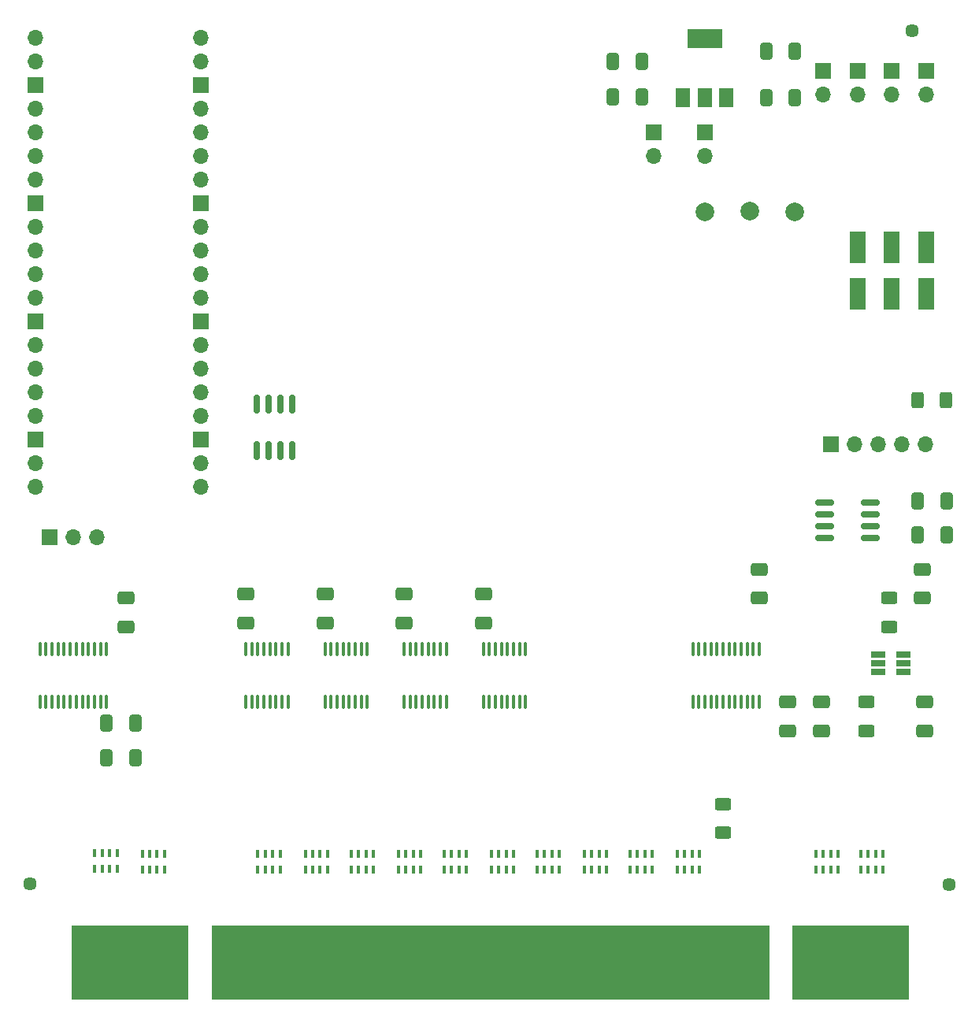
<source format=gts>
G04 #@! TF.GenerationSoftware,KiCad,Pcbnew,(6.0.6)*
G04 #@! TF.CreationDate,2022-08-20T09:17:17-05:00*
G04 #@! TF.ProjectId,v1,76312e6b-6963-4616-945f-706362585858,v1*
G04 #@! TF.SameCoordinates,Original*
G04 #@! TF.FileFunction,Soldermask,Top*
G04 #@! TF.FilePolarity,Negative*
%FSLAX46Y46*%
G04 Gerber Fmt 4.6, Leading zero omitted, Abs format (unit mm)*
G04 Created by KiCad (PCBNEW (6.0.6)) date 2022-08-20 09:17:17*
%MOMM*%
%LPD*%
G01*
G04 APERTURE LIST*
G04 Aperture macros list*
%AMRoundRect*
0 Rectangle with rounded corners*
0 $1 Rounding radius*
0 $2 $3 $4 $5 $6 $7 $8 $9 X,Y pos of 4 corners*
0 Add a 4 corners polygon primitive as box body*
4,1,4,$2,$3,$4,$5,$6,$7,$8,$9,$2,$3,0*
0 Add four circle primitives for the rounded corners*
1,1,$1+$1,$2,$3*
1,1,$1+$1,$4,$5*
1,1,$1+$1,$6,$7*
1,1,$1+$1,$8,$9*
0 Add four rect primitives between the rounded corners*
20,1,$1+$1,$2,$3,$4,$5,0*
20,1,$1+$1,$4,$5,$6,$7,0*
20,1,$1+$1,$6,$7,$8,$9,0*
20,1,$1+$1,$8,$9,$2,$3,0*%
G04 Aperture macros list end*
%ADD10R,0.400000X0.900000*%
%ADD11RoundRect,0.250000X-0.412500X-0.650000X0.412500X-0.650000X0.412500X0.650000X-0.412500X0.650000X0*%
%ADD12RoundRect,0.250000X0.650000X-0.412500X0.650000X0.412500X-0.650000X0.412500X-0.650000X-0.412500X0*%
%ADD13O,1.700000X1.700000*%
%ADD14R,1.700000X1.700000*%
%ADD15RoundRect,0.250000X0.412500X0.650000X-0.412500X0.650000X-0.412500X-0.650000X0.412500X-0.650000X0*%
%ADD16RoundRect,0.100000X0.100000X-0.637500X0.100000X0.637500X-0.100000X0.637500X-0.100000X-0.637500X0*%
%ADD17RoundRect,0.250000X-0.650000X0.412500X-0.650000X-0.412500X0.650000X-0.412500X0.650000X0.412500X0*%
%ADD18C,2.000000*%
%ADD19RoundRect,0.250000X0.625000X-0.400000X0.625000X0.400000X-0.625000X0.400000X-0.625000X-0.400000X0*%
%ADD20RoundRect,0.250000X0.400000X0.625000X-0.400000X0.625000X-0.400000X-0.625000X0.400000X-0.625000X0*%
%ADD21RoundRect,0.100000X-0.100000X0.637500X-0.100000X-0.637500X0.100000X-0.637500X0.100000X0.637500X0*%
%ADD22RoundRect,0.150000X0.150000X-0.825000X0.150000X0.825000X-0.150000X0.825000X-0.150000X-0.825000X0*%
%ADD23R,1.500000X2.000000*%
%ADD24R,3.800000X2.000000*%
%ADD25RoundRect,0.250000X-0.625000X0.400000X-0.625000X-0.400000X0.625000X-0.400000X0.625000X0.400000X0*%
%ADD26R,12.499340X8.001000*%
%ADD27C,1.448000*%
%ADD28R,59.999880X8.001000*%
%ADD29R,1.560000X0.650000*%
%ADD30R,1.800000X3.500000*%
%ADD31RoundRect,0.150000X-0.825000X-0.150000X0.825000X-0.150000X0.825000X0.150000X-0.825000X0.150000X0*%
G04 APERTURE END LIST*
D10*
X147275000Y-119850000D03*
X148075000Y-119850000D03*
X148875000Y-119850000D03*
X149675000Y-119850000D03*
X149675000Y-118150000D03*
X148875000Y-118150000D03*
X148075000Y-118150000D03*
X147275000Y-118150000D03*
X99750000Y-119850000D03*
X100550000Y-119850000D03*
X101350000Y-119850000D03*
X102150000Y-119850000D03*
X102150000Y-118150000D03*
X101350000Y-118150000D03*
X100550000Y-118150000D03*
X99750000Y-118150000D03*
X132200000Y-119850000D03*
X133000000Y-119850000D03*
X133800000Y-119850000D03*
X134600000Y-119850000D03*
X134600000Y-118150000D03*
X133800000Y-118150000D03*
X133000000Y-118150000D03*
X132200000Y-118150000D03*
D11*
X95927500Y-104130000D03*
X99052500Y-104130000D03*
D12*
X166085000Y-90705500D03*
X166090000Y-87580500D03*
D13*
X88250000Y-30460000D03*
X88250000Y-33000000D03*
D14*
X88250000Y-35540000D03*
D13*
X88250000Y-38080000D03*
X88250000Y-40620000D03*
X88250000Y-43160000D03*
X88250000Y-45700000D03*
D14*
X88250000Y-48240000D03*
D13*
X88250000Y-50780000D03*
X88250000Y-53320000D03*
X88250000Y-55860000D03*
X88250000Y-58400000D03*
D14*
X88250000Y-60940000D03*
D13*
X88250000Y-63480000D03*
X88250000Y-66020000D03*
X88250000Y-68560000D03*
X88250000Y-71100000D03*
D14*
X88250000Y-73640000D03*
D13*
X88250000Y-76180000D03*
X88250000Y-78720000D03*
X106030000Y-78720000D03*
X106030000Y-76180000D03*
D14*
X106030000Y-73640000D03*
D13*
X106030000Y-71100000D03*
X106030000Y-68560000D03*
X106030000Y-66020000D03*
X106030000Y-63480000D03*
D14*
X106030000Y-60940000D03*
D13*
X106030000Y-58400000D03*
X106030000Y-55860000D03*
X106030000Y-53320000D03*
X106030000Y-50780000D03*
D14*
X106030000Y-48240000D03*
D13*
X106030000Y-45700000D03*
X106030000Y-43160000D03*
X106030000Y-40620000D03*
X106030000Y-38080000D03*
D14*
X106030000Y-35540000D03*
D13*
X106030000Y-33000000D03*
X106030000Y-30460000D03*
D12*
X110875000Y-93362500D03*
X110875000Y-90237500D03*
D11*
X166807500Y-31870000D03*
X169932500Y-31870000D03*
D12*
X119391666Y-93362500D03*
X119391666Y-90237500D03*
D14*
X176625000Y-34000000D03*
D13*
X176625000Y-36540000D03*
D12*
X183570000Y-90705500D03*
X183570000Y-87580500D03*
D15*
X153452500Y-36830000D03*
X150327500Y-36830000D03*
D14*
X173830000Y-74140000D03*
D13*
X176370000Y-74140000D03*
X178910000Y-74140000D03*
X181450000Y-74140000D03*
X183990000Y-74140000D03*
D16*
X110875000Y-101862500D03*
X111525000Y-101862500D03*
X112175000Y-101862500D03*
X112825000Y-101862500D03*
X113475000Y-101862500D03*
X114125000Y-101862500D03*
X114775000Y-101862500D03*
X115425000Y-101862500D03*
X115425000Y-96137500D03*
X114775000Y-96137500D03*
X114125000Y-96137500D03*
X113475000Y-96137500D03*
X112825000Y-96137500D03*
X112175000Y-96137500D03*
X111525000Y-96137500D03*
X110875000Y-96137500D03*
D14*
X172930000Y-34000000D03*
D13*
X172930000Y-36540000D03*
D10*
X117275000Y-119850000D03*
X118075000Y-119850000D03*
X118875000Y-119850000D03*
X119675000Y-119850000D03*
X119675000Y-118150000D03*
X118875000Y-118150000D03*
X118075000Y-118150000D03*
X117275000Y-118150000D03*
D17*
X183890000Y-101847500D03*
X183890000Y-104972500D03*
D11*
X166807500Y-36875000D03*
X169932500Y-36875000D03*
D18*
X169880000Y-49200000D03*
D17*
X169120000Y-101860000D03*
X169120000Y-104985000D03*
D10*
X127275000Y-119850000D03*
X128075000Y-119850000D03*
X128875000Y-119850000D03*
X129675000Y-119850000D03*
X129675000Y-118150000D03*
X128875000Y-118150000D03*
X128075000Y-118150000D03*
X127275000Y-118150000D03*
X94650000Y-119825000D03*
X95450000Y-119825000D03*
X96250000Y-119825000D03*
X97050000Y-119825000D03*
X97050000Y-118125000D03*
X96250000Y-118125000D03*
X95450000Y-118125000D03*
X94650000Y-118125000D03*
D15*
X186202500Y-83890000D03*
X183077500Y-83890000D03*
D19*
X162180000Y-115930000D03*
X162180000Y-112830000D03*
D17*
X97980000Y-90705500D03*
X97980000Y-93830500D03*
D20*
X186190000Y-69450000D03*
X183090000Y-69450000D03*
D16*
X127908332Y-101862500D03*
X128558332Y-101862500D03*
X129208332Y-101862500D03*
X129858332Y-101862500D03*
X130508332Y-101862500D03*
X131158332Y-101862500D03*
X131808332Y-101862500D03*
X132458332Y-101862500D03*
X132458332Y-96137500D03*
X131808332Y-96137500D03*
X131158332Y-96137500D03*
X130508332Y-96137500D03*
X129858332Y-96137500D03*
X129208332Y-96137500D03*
X128558332Y-96137500D03*
X127908332Y-96137500D03*
D18*
X160220000Y-49200000D03*
D10*
X157275000Y-119850000D03*
X158075000Y-119850000D03*
X158875000Y-119850000D03*
X159675000Y-119850000D03*
X159675000Y-118150000D03*
X158875000Y-118150000D03*
X158075000Y-118150000D03*
X157275000Y-118150000D03*
D14*
X154760000Y-40610000D03*
D13*
X154760000Y-43150000D03*
D15*
X153452500Y-33020000D03*
X150327500Y-33020000D03*
D21*
X166085000Y-96137500D03*
X165435000Y-96137500D03*
X164785000Y-96137500D03*
X164135000Y-96137500D03*
X163485000Y-96137500D03*
X162835000Y-96137500D03*
X162185000Y-96137500D03*
X161535000Y-96137500D03*
X160885000Y-96137500D03*
X160235000Y-96137500D03*
X159585000Y-96137500D03*
X158935000Y-96137500D03*
X158935000Y-101862500D03*
X159585000Y-101862500D03*
X160235000Y-101862500D03*
X160885000Y-101862500D03*
X161535000Y-101862500D03*
X162185000Y-101862500D03*
X162835000Y-101862500D03*
X163485000Y-101862500D03*
X164135000Y-101862500D03*
X164785000Y-101862500D03*
X165435000Y-101862500D03*
X166085000Y-101862500D03*
D11*
X95927500Y-107880000D03*
X99052500Y-107880000D03*
D14*
X184000000Y-34000000D03*
D13*
X184000000Y-36540000D03*
D12*
X136425000Y-93362500D03*
X136425000Y-90237500D03*
D10*
X177000000Y-119850000D03*
X177800000Y-119850000D03*
X178600000Y-119850000D03*
X179400000Y-119850000D03*
X179400000Y-118150000D03*
X178600000Y-118150000D03*
X177800000Y-118150000D03*
X177000000Y-118150000D03*
D22*
X112025000Y-74825000D03*
X113295000Y-74825000D03*
X114565000Y-74825000D03*
X115835000Y-74825000D03*
X115835000Y-69875000D03*
X114565000Y-69875000D03*
X113295000Y-69875000D03*
X112025000Y-69875000D03*
D10*
X172175000Y-119850000D03*
X172975000Y-119850000D03*
X173775000Y-119850000D03*
X174575000Y-119850000D03*
X174575000Y-118150000D03*
X173775000Y-118150000D03*
X172975000Y-118150000D03*
X172175000Y-118150000D03*
D14*
X180320000Y-34000000D03*
D13*
X180320000Y-36540000D03*
D23*
X157910000Y-36880000D03*
D24*
X160210000Y-30580000D03*
D23*
X160210000Y-36880000D03*
X162510000Y-36880000D03*
D25*
X177620000Y-101872500D03*
X177620000Y-104972500D03*
D26*
X175925100Y-129850000D03*
D27*
X186501660Y-121457840D03*
X182513860Y-29738440D03*
D26*
X98424620Y-129850000D03*
D28*
X137174860Y-129850000D03*
D27*
X87695660Y-121432440D03*
D18*
X165050000Y-49070000D03*
D29*
X181560000Y-98660000D03*
X181560000Y-97710000D03*
X181560000Y-96760000D03*
X178860000Y-96760000D03*
X178860000Y-97710000D03*
X178860000Y-98660000D03*
D16*
X119391666Y-101862500D03*
X120041666Y-101862500D03*
X120691666Y-101862500D03*
X121341666Y-101862500D03*
X121991666Y-101862500D03*
X122641666Y-101862500D03*
X123291666Y-101862500D03*
X123941666Y-101862500D03*
X123941666Y-96137500D03*
X123291666Y-96137500D03*
X122641666Y-96137500D03*
X121991666Y-96137500D03*
X121341666Y-96137500D03*
X120691666Y-96137500D03*
X120041666Y-96137500D03*
X119391666Y-96137500D03*
D10*
X152175000Y-119875000D03*
X152975000Y-119875000D03*
X153775000Y-119875000D03*
X154575000Y-119875000D03*
X154575000Y-118175000D03*
X153775000Y-118175000D03*
X152975000Y-118175000D03*
X152175000Y-118175000D03*
X137275000Y-119850000D03*
X138075000Y-119850000D03*
X138875000Y-119850000D03*
X139675000Y-119850000D03*
X139675000Y-118150000D03*
X138875000Y-118150000D03*
X138075000Y-118150000D03*
X137275000Y-118150000D03*
D14*
X160220000Y-40610000D03*
D13*
X160220000Y-43150000D03*
D21*
X95915000Y-96137500D03*
X95265000Y-96137500D03*
X94615000Y-96137500D03*
X93965000Y-96137500D03*
X93315000Y-96137500D03*
X92665000Y-96137500D03*
X92015000Y-96137500D03*
X91365000Y-96137500D03*
X90715000Y-96137500D03*
X90065000Y-96137500D03*
X89415000Y-96137500D03*
X88765000Y-96137500D03*
X88765000Y-101862500D03*
X89415000Y-101862500D03*
X90065000Y-101862500D03*
X90715000Y-101862500D03*
X91365000Y-101862500D03*
X92015000Y-101862500D03*
X92665000Y-101862500D03*
X93315000Y-101862500D03*
X93965000Y-101862500D03*
X94615000Y-101862500D03*
X95265000Y-101862500D03*
X95915000Y-101862500D03*
D19*
X180090000Y-93800000D03*
X180090000Y-90700000D03*
D10*
X112175000Y-119850000D03*
X112975000Y-119850000D03*
X113775000Y-119850000D03*
X114575000Y-119850000D03*
X114575000Y-118150000D03*
X113775000Y-118150000D03*
X112975000Y-118150000D03*
X112175000Y-118150000D03*
D12*
X127908332Y-93362500D03*
X127908332Y-90237500D03*
D30*
X176625000Y-58000000D03*
X176625000Y-53000000D03*
D17*
X172740000Y-101860000D03*
X172740000Y-104985000D03*
D15*
X186202500Y-80240000D03*
X183077500Y-80240000D03*
D30*
X184000000Y-53000000D03*
X184000000Y-58000000D03*
D10*
X142175000Y-119850000D03*
X142975000Y-119850000D03*
X143775000Y-119850000D03*
X144575000Y-119850000D03*
X144575000Y-118150000D03*
X143775000Y-118150000D03*
X142975000Y-118150000D03*
X142175000Y-118150000D03*
X122200000Y-119850000D03*
X123000000Y-119850000D03*
X123800000Y-119850000D03*
X124600000Y-119850000D03*
X124600000Y-118150000D03*
X123800000Y-118150000D03*
X123000000Y-118150000D03*
X122200000Y-118150000D03*
D14*
X89795000Y-84140000D03*
D13*
X92335000Y-84140000D03*
X94875000Y-84140000D03*
D30*
X180320000Y-58000000D03*
X180320000Y-53000000D03*
D31*
X173085000Y-80465000D03*
X173085000Y-81735000D03*
X173085000Y-83005000D03*
X173085000Y-84275000D03*
X178035000Y-84275000D03*
X178035000Y-83005000D03*
X178035000Y-81735000D03*
X178035000Y-80465000D03*
D16*
X136425000Y-101862500D03*
X137075000Y-101862500D03*
X137725000Y-101862500D03*
X138375000Y-101862500D03*
X139025000Y-101862500D03*
X139675000Y-101862500D03*
X140325000Y-101862500D03*
X140975000Y-101862500D03*
X140975000Y-96137500D03*
X140325000Y-96137500D03*
X139675000Y-96137500D03*
X139025000Y-96137500D03*
X138375000Y-96137500D03*
X137725000Y-96137500D03*
X137075000Y-96137500D03*
X136425000Y-96137500D03*
M02*

</source>
